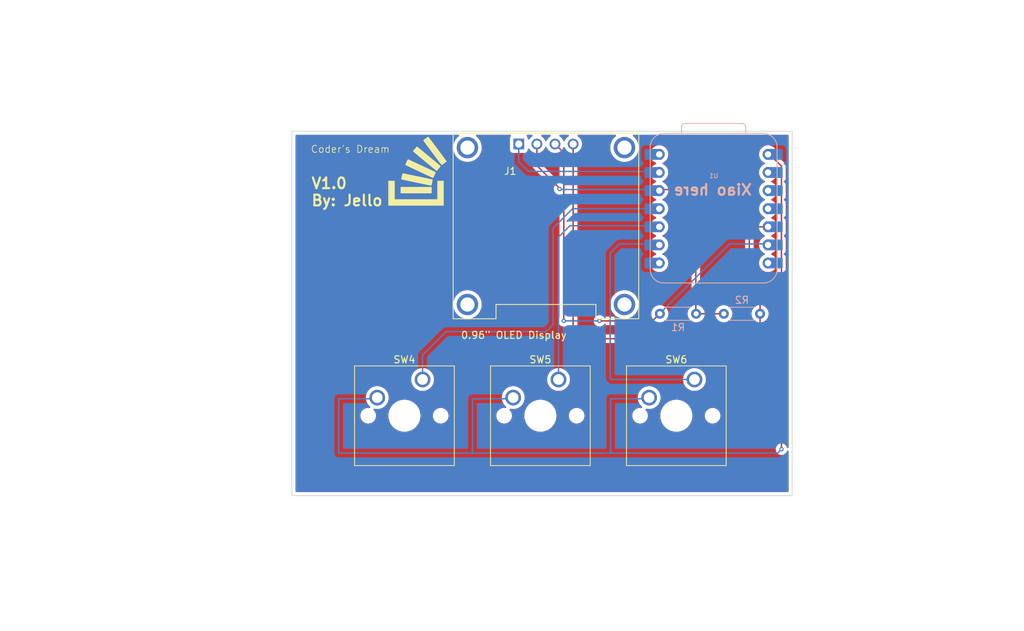
<source format=kicad_pcb>
(kicad_pcb (version 20240108) (generator "pcbnew") (generator_version "8.0")
  (layers (0 "F.Cu" signal) (31 "B.Cu" signal) (34 "B.Paste" user) (35 "F.Paste" user) (36 "B.SilkS" user "B.Silkscreen") (37 "F.SilkS" user "F.Silkscreen") (38 "B.Mask" user) (39 "F.Mask" user) (44 "Edge.Cuts" user))
  (net 0 "")
  (net 1 "ROW1")
  (net 2 "SCL")
  (net 3 "+3.3V")
  (net 4 "SDA")
  (net 5 "GND")
  (net 6 "COL0")
  (net 7 "COL1")
  (net 8 "COL2")
  (net 9 "+5V")
  (footprint "Button_Switch_Keyboard:SW_Cherry_MX_1.00u_PCB" (layer "F.Cu") (at 92.71 109.22)
    (property "Reference" "SW4" (at -2.54 -2.794 0) (layer "F.SilkS"))
    (property "Value" "MX")
    (fp_line (start -9.525 -1.905) (end 4.445 -1.905) (stroke (width 0.12)) (layer "F.SilkS"))
    (fp_line (start -9.525 12.065) (end -9.525 -1.905) (stroke (width 0.12)) (layer "F.SilkS"))
    (fp_line (start 4.445 -1.905) (end 4.445 12.065) (stroke (width 0.12)) (layer "F.SilkS"))
    (fp_line (start 4.445 12.065) (end -9.525 12.065) (stroke (width 0.12)) (layer "F.SilkS"))
    (pad "" np_thru_hole circle (at -7.62 5.08) (size 1.7 1.7) (drill 1.7) (layers "*.Cu" "*.Mask"))
    (pad "" np_thru_hole circle (at -2.54 5.08) (size 4 4) (drill 4) (layers "*.Cu" "*.Mask"))
    (pad "" np_thru_hole circle (at 2.54 5.08) (size 1.7 1.7) (drill 1.7) (layers "*.Cu" "*.Mask"))
    (pad "1" thru_hole circle (at 0 0) (size 2.2 2.2) (drill 1.5) (layers "*.Cu" "*.Mask") (net 6 "COL0"))
    (pad "2" thru_hole circle (at -6.35 2.54) (size 2.2 2.2) (drill 1.5) (layers "*.Cu" "*.Mask") (net 1 "ROW1"))
  )
  (footprint "Button_Switch_Keyboard:SW_Cherry_MX_1.00u_PCB" (layer "F.Cu") (at 111.76 109.22)
    (property "Reference" "SW5" (at -2.54 -2.794 0) (layer "F.SilkS"))
    (property "Value" "MX")
    (fp_line (start -9.525 -1.905) (end 4.445 -1.905) (stroke (width 0.12)) (layer "F.SilkS"))
    (fp_line (start -9.525 12.065) (end -9.525 -1.905) (stroke (width 0.12)) (layer "F.SilkS"))
    (fp_line (start 4.445 -1.905) (end 4.445 12.065) (stroke (width 0.12)) (layer "F.SilkS"))
    (fp_line (start 4.445 12.065) (end -9.525 12.065) (stroke (width 0.12)) (layer "F.SilkS"))
    (pad "" np_thru_hole circle (at -7.62 5.08) (size 1.7 1.7) (drill 1.7) (layers "*.Cu" "*.Mask"))
    (pad "" np_thru_hole circle (at -2.54 5.08) (size 4 4) (drill 4) (layers "*.Cu" "*.Mask"))
    (pad "" np_thru_hole circle (at 2.54 5.08) (size 1.7 1.7) (drill 1.7) (layers "*.Cu" "*.Mask"))
    (pad "1" thru_hole circle (at 0 0) (size 2.2 2.2) (drill 1.5) (layers "*.Cu" "*.Mask") (net 7 "COL1"))
    (pad "2" thru_hole circle (at -6.35 2.54) (size 2.2 2.2) (drill 1.5) (layers "*.Cu" "*.Mask") (net 1 "ROW1"))
  )
  (footprint "Button_Switch_Keyboard:SW_Cherry_MX_1.00u_PCB" (layer "F.Cu") (at 130.81 109.22)
    (property "Reference" "SW6" (at -2.54 -2.794 0) (layer "F.SilkS"))
    (property "Value" "MX")
    (fp_line (start -9.525 -1.905) (end 4.445 -1.905) (stroke (width 0.12)) (layer "F.SilkS"))
    (fp_line (start -9.525 12.065) (end -9.525 -1.905) (stroke (width 0.12)) (layer "F.SilkS"))
    (fp_line (start 4.445 -1.905) (end 4.445 12.065) (stroke (width 0.12)) (layer "F.SilkS"))
    (fp_line (start 4.445 12.065) (end -9.525 12.065) (stroke (width 0.12)) (layer "F.SilkS"))
    (pad "" np_thru_hole circle (at -7.62 5.08) (size 1.7 1.7) (drill 1.7) (layers "*.Cu" "*.Mask"))
    (pad "" np_thru_hole circle (at -2.54 5.08) (size 4 4) (drill 4) (layers "*.Cu" "*.Mask"))
    (pad "" np_thru_hole circle (at 2.54 5.08) (size 1.7 1.7) (drill 1.7) (layers "*.Cu" "*.Mask"))
    (pad "1" thru_hole circle (at 0 0) (size 2.2 2.2) (drill 1.5) (layers "*.Cu" "*.Mask") (net 8 "COL2"))
    (pad "2" thru_hole circle (at -6.35 2.54) (size 2.2 2.2) (drill 1.5) (layers "*.Cu" "*.Mask") (net 1 "ROW1"))
  )
  (footprint "Library:Stack_over_2" (layer "F.Cu") (at 92 80)
    (property "Reference" "G***" (hide yes))
    (property "Value" "LOGO" (hide yes))
    (fp_poly (pts (xy 1.988479 2.663811) (xy 1.988479 3.114033) (xy -0.187592 3.114033) (xy -2.363663 3.114033) (xy -2.363663 2.663811) (xy -2.363663 2.21359) (xy -0.187592 2.21359) (xy 1.988479 2.21359)) (fill solid) (layer "F.SilkS"))
    (fp_poly (pts (xy -3.189069 2.645052) (xy -3.189069 3.939439) (xy -0.206351 3.939439) (xy 2.776367 3.939439) (xy 2.776367 2.645052) (xy 2.776367 1.350665) (xy 3.226588 1.350665) (xy 3.67681 1.350665) (xy 3.67681 3.095274) (xy 3.67681 4.839882) (xy -0.206351 4.839882) (xy -4.089512 4.839882) (xy -4.089512 3.095274) (xy -4.089512 1.350665) (xy -3.639291 1.350665) (xy -3.189069 1.350665)) (fill solid) (layer "F.SilkS"))
    (fp_poly (pts (xy -1.291074 -1.659334) (xy -1.28647 -1.657041) (xy -1.240618 -1.634935) (xy -1.133131 -1.584252) (xy -0.970444 -1.507994) (xy -0.758989 -1.409164) (xy -0.505199 -1.290765) (xy -0.21551 -1.155798) (xy 0.103647 -1.007266) (xy 0.445837 -0.848171) (xy 0.656573 -0.750267) (xy 1.007837 -0.586908) (xy 1.338599 -0.432672) (xy 1.642608 -0.290502) (xy 1.91361 -0.163341) (xy 2.145354 -0.054133) (xy 2.331587 0.034178) (xy 2.466056 0.098649) (xy 2.54251 0.136336) (xy 2.557995 0.144922) (xy 2.552574 0.185969) (xy 2.518975 0.28007) (xy 2.462727 0.413242) (xy 2.38936 0.5715) (xy 2.389162 0.57191) (xy 2.19483 0.974987) (xy 0.263347 0.073633) (xy -0.093267 -0.093068) (xy -0.429618 -0.250841) (xy -0.739533 -0.396753) (xy -1.016836 -0.527872) (xy -1.255353 -0.641265) (xy -1.448909 -0.733997) (xy -1.591331 -0.803137) (xy -1.676442 -0.845751) (xy -1.698891 -0.858477) (xy -1.695908 -0.90247) (xy -1.664953 -0.999351) (xy -1.611264 -1.134718) (xy -1.541618 -1.290884) (xy -1.45967 -1.462506) (xy -1.400577 -1.57521) (xy -1.357403 -1.638948) (xy -1.323214 -1.663671)) (fill solid) (layer "F.SilkS"))
    (fp_poly (pts (xy -2.012671 0.313604) (xy -1.902677 0.33317) (xy -1.735763 0.365) (xy -1.519976 0.407422) (xy -1.263364 0.458764) (xy -0.973974 0.517352) (xy -0.659856 0.581513) (xy -0.329055 0.649576) (xy 0.010378 0.719866) (xy 0.350397 0.790712) (xy 0.682954 0.86044) (xy 1.000001 0.927378) (xy 1.29349 0.989852) (xy 1.555373 1.046191) (xy 1.777602 1.094721) (xy 1.952129 1.133769) (xy 2.070907 1.161663) (xy 2.125888 1.17673) (xy 2.128585 1.178118) (xy 2.128206 1.219235) (xy 2.114298 1.315267) (xy 2.090567 1.448099) (xy 2.060719 1.599617) (xy 2.02846 1.751703) (xy 1.997495 1.886244) (xy 1.971531 1.985124) (xy 1.954272 2.030226) (xy 1.954269 2.03023) (xy 1.914531 2.026908) (xy 1.808013 2.009165) (xy 1.641303 1.978307) (xy 1.42099 1.935642) (xy 1.153665 1.882476) (xy 0.845915 1.820118) (xy 0.504329 1.749874) (xy 0.135498 1.673051) (xy -0.163804 1.61005) (xy -0.549077 1.528384) (xy -0.911972 1.451063) (xy -1.24592 1.379515) (xy -1.544352 1.315166) (xy -1.800698 1.259442) (xy -2.008388 1.21377) (xy -2.160854 1.179576) (xy -2.251526 1.158287) (xy -2.275104 1.151582) (xy -2.273889 1.111006) (xy -2.258924 1.012616) (xy -2.232823 0.871829) (xy -2.203281 0.727761) (xy -2.157294 0.528917) (xy -2.117866 0.397423) (xy -2.082521 0.326136) (xy -2.057696 0.307976)) (fill solid) (layer "F.SilkS"))
    (fp_poly (pts (xy -0.039598 -3.428553) (xy 0.044587 -3.362598) (xy 0.17376 -3.259055) (xy 0.341592 -3.123148) (xy 0.541752 -2.960097) (xy 0.767908 -2.775125) (xy 1.013732 -2.573454) (xy 1.272892 -2.360306) (xy 1.539058 -2.140903) (xy 1.805898 -1.920468) (xy 2.067084 -1.704223) (xy 2.316284 -1.49739) (xy 2.547168 -1.30519) (xy 2.753405 -1.132846) (xy 2.928664 -0.98558) (xy 3.066616 -0.868615) (xy 3.16093 -0.787172) (xy 3.19693 -0.754724) (xy 3.221832 -0.724424) (xy 3.225314 -0.688997) (xy 3.201114 -0.636576) (xy 3.142965 -0.555297) (xy 3.044604 -0.433296) (xy 2.996537 -0.375184) (xy 2.887113 -0.243606) (xy 2.794605 -0.132997) (xy 2.729972 -0.056421) (xy 2.705446 -0.028173) (xy 2.672591 -0.046328) (xy 2.587458 -0.108569) (xy 2.455234 -0.210734) (xy 2.281108 -0.348655) (xy 2.070266 -0.518169) (xy 1.827895 -0.71511) (xy 1.559184 -0.935314) (xy 1.26932 -1.174615) (xy 1.029917 -1.373481) (xy 0.726847 -1.626307) (xy 0.441352 -1.865251) (xy 0.1786 -2.085935) (xy -0.056239 -2.283979) (xy -0.257998 -2.455007) (xy -0.421508 -2.594639) (xy -0.541602 -2.698498) (xy -0.613111 -2.762207) (xy -0.63182 -2.781165) (xy -0.614281 -2.822171) (xy -0.557867 -2.904056) (xy -0.474527 -3.012497) (xy -0.376211 -3.13317) (xy -0.274867 -3.251749) (xy -0.182446 -3.353912) (xy -0.110895 -3.425334) (xy -0.072463 -3.451698)) (fill solid) (layer "F.SilkS"))
    (fp_poly (pts (xy 1.528397 -4.810784) (xy 1.594198 -4.727829) (xy 1.694857 -4.597521) (xy 1.825519 -4.426365) (xy 1.981326 -4.220866) (xy 2.15742 -3.987529) (xy 2.348944 -3.732859) (xy 2.551041 -3.463362) (xy 2.758853 -3.185542) (xy 2.967523 -2.905904) (xy 3.172195 -2.630953) (xy 3.36801 -2.367195) (xy 3.550111 -2.121134) (xy 3.71364 -1.899276) (xy 3.853742 -1.708126) (xy 3.965557 -1.554187) (xy 4.04423 -1.443967) (xy 4.084901 -1.383969) (xy 4.089513 -1.375049) (xy 4.06142 -1.345189) (xy 3.985561 -1.281157) (xy 3.874562 -1.193309) (xy 3.779985 -1.121137) (xy 3.645788 -1.020108) (xy 3.531379 -0.933878) (xy 3.451798 -0.873786) (xy 3.425406 -0.85376) (xy 3.396625 -0.864381) (xy 3.337932 -0.920503) (xy 3.246993 -1.024985) (xy 3.121476 -1.180691) (xy 2.959046 -1.390481) (xy 2.757371 -1.657216) (xy 2.617345 -1.844722) (xy 2.284793 -2.291719) (xy 1.994344 -2.682296) (xy 1.743254 -3.020192) (xy 1.528775 -3.309148) (xy 1.348161 -3.552901) (xy 1.198667 -3.755192) (xy 1.077548 -3.91976) (xy 0.982056 -4.050343) (xy 0.909446 -4.15068) (xy 0.856972 -4.224512) (xy 0.821889 -4.275577) (xy 0.801449 -4.307614) (xy 0.792908 -4.324363) (xy 0.792788 -4.329261) (xy 0.888212 -4.403295) (xy 1.009563 -4.494197) (xy 1.142476 -4.591628) (xy 1.272585 -4.685249) (xy 1.385526 -4.764723) (xy 1.466933 -4.819712) (xy 1.502314 -4.839882)) (fill solid) (layer "F.SilkS"))
  )
  (footprint "OptoDevice:MODULE_DM-OLED096-636" (layer "F.Cu") (at 110 87.7)
    (property "Reference" "J1" (at -5 -7.7 0) (layer "F.SilkS"))
    (property "Value" "0.96\" OLED Display" (at -4.5 15.3 0) (layer "F.SilkS"))
    (fp_line (start -13 -13) (end 13 -13) (stroke (width 0.127)) (layer "F.SilkS"))
    (fp_line (start -13 13) (end -13 -13) (stroke (width 0.127)) (layer "F.SilkS"))
    (fp_line (start -7 11) (end -7 13) (stroke (width 0.127)) (layer "F.SilkS"))
    (fp_line (start -7 13) (end -13 13) (stroke (width 0.127)) (layer "F.SilkS"))
    (fp_line (start 7 11) (end -7 11) (stroke (width 0.127)) (layer "F.SilkS"))
    (fp_line (start 7 13) (end 7 11) (stroke (width 0.127)) (layer "F.SilkS"))
    (fp_line (start 13 -13) (end 13 13) (stroke (width 0.127)) (layer "F.SilkS"))
    (fp_line (start 13 13) (end 7 13) (stroke (width 0.127)) (layer "F.SilkS"))
    (pad "1" thru_hole rect (at -3.81 -11.5) (size 1.508 1.508) (drill 1) (layers "*.Cu" "*.Mask") (net 5 "GND"))
    (pad "2" thru_hole circle (at -1.27 -11.5) (size 1.508 1.508) (drill 1) (layers "*.Cu" "*.Mask") (net 3 "+3.3V"))
    (pad "3" thru_hole circle (at 1.27 -11.5) (size 1.508 1.508) (drill 1) (layers "*.Cu" "*.Mask") (net 2 "SCL"))
    (pad "4" thru_hole circle (at 3.81 -11.5) (size 1.508 1.508) (drill 1) (layers "*.Cu" "*.Mask") (net 4 "SDA"))
    (pad "S1" thru_hole circle (at -11 -11) (size 3 3) (drill 2) (layers "*.Cu" "*.Mask"))
    (pad "S2" thru_hole circle (at 11 -11) (size 3 3) (drill 2) (layers "*.Cu" "*.Mask"))
    (pad "S3" thru_hole circle (at 11 11) (size 3 3) (drill 2) (layers "*.Cu" "*.Mask"))
    (pad "S4" thru_hole circle (at -11 11) (size 3 3) (drill 2) (layers "*.Cu" "*.Mask"))
  )
  (footprint "OPL:XIAO-RP2040-DIP" (layer "B.Cu") (at 133.5 85.2685 180)
    (property "Reference" "U1" (at 0 4.62 0) (layer "B.SilkS") (effects (font (size 0.635 0.635) (thickness 0.1016)) (justify mirror)))
    (property "Value" "XIAO-RP2040-DIP")
    (fp_line (start 8.89 8.636) (end 8.89 -8.509) (stroke (width 0.127)) (layer "B.SilkS"))
    (fp_line (start 6.985 -10.414) (end -6.985 -10.414) (stroke (width 0.127)) (layer "B.SilkS"))
    (fp_line (start 4.504 10.541) (end 4.504 11.451) (stroke (width 0.127)) (layer "B.SilkS"))
    (fp_line (start 4.004 11.951) (end -3.991272 11.951) (stroke (width 0.127)) (layer "B.SilkS"))
    (fp_line (start -4.491272 11.451272) (end -4.495 10.541) (stroke (width 0.127)) (layer "B.SilkS"))
    (fp_line (start -6.985 10.541) (end 6.985 10.541) (stroke (width 0.1)) (layer "B.SilkS"))
    (fp_line (start -6.985 10.541) (end 6.985 10.541) (stroke (width 0.127)) (layer "B.SilkS"))
    (fp_line (start -8.89 8.636) (end -8.89 -8.509) (stroke (width 0.127)) (layer "B.SilkS"))
    (fp_arc (start 8.89 8.636) (mid 8.332038 9.983038) (end 6.985 10.541) (stroke (width 0.127)) (layer "B.SilkS"))
    (fp_arc (start 6.985 -10.414) (mid 8.332038 -9.856038) (end 8.89 -8.509) (stroke (width 0.127)) (layer "B.SilkS"))
    (fp_arc (start 4.504 11.451) (mid 4.357553 11.804553) (end 4.004 11.951) (stroke (width 0.127)) (layer "B.SilkS"))
    (fp_arc (start -3.991272 11.951) (mid -4.344724 11.804644) (end -4.491272 11.451272) (stroke (width 0.127)) (layer "B.SilkS"))
    (fp_arc (start -6.985 10.541) (mid -8.332038 9.983038) (end -8.89 8.636) (stroke (width 0.127)) (layer "B.SilkS"))
    (fp_arc (start -8.89 -8.509) (mid -8.332038 -9.856038) (end -6.985 -10.414) (stroke (width 0.127)) (layer "B.SilkS"))
    (pad "1" smd roundrect (at -8.455 7.62) (size 2.432 1.524) (layers "B.Cu" "B.Mask") (roundrect_rratio 0.1) (net 1 "ROW1"))
    (pad "1" thru_hole circle (at -7.62 7.62) (size 1.524 1.524) (drill 0.889) (layers "*.Cu" "*.Mask") (net 1 "ROW1"))
    (pad "2" smd roundrect (at -8.455 5.08) (size 2.432 1.524) (layers "B.Cu" "B.Mask") (roundrect_rratio 0.1))
    (pad "2" thru_hole circle (at -7.62 5.08) (size 1.524 1.524) (drill 0.889) (layers "*.Cu" "*.Mask"))
    (pad "3" smd roundrect (at -8.455 2.54) (size 2.432 1.524) (layers "B.Cu" "B.Mask") (roundrect_rratio 0.1))
    (pad "3" thru_hole circle (at -7.62 2.54) (size 1.524 1.524) (drill 0.889) (layers "*.Cu" "*.Mask"))
    (pad "4" smd roundrect (at -8.455 0) (size 2.432 1.524) (layers "B.Cu" "B.Mask") (roundrect_rratio 0.1))
    (pad "4" thru_hole circle (at -7.62 0) (size 1.524 1.524) (drill 0.889) (layers "*.Cu" "*.Mask"))
    (pad "5" smd roundrect (at -8.455 -2.54) (size 2.432 1.524) (layers "B.Cu" "B.Mask") (roundrect_rratio 0.1) (net 4 "SDA"))
    (pad "5" thru_hole circle (at -7.62 -2.54) (size 1.524 1.524) (drill 0.889) (layers "*.Cu" "*.Mask") (net 4 "SDA"))
    (pad "6" smd roundrect (at -8.455 -5.08) (size 2.432 1.524) (layers "B.Cu" "B.Mask") (roundrect_rratio 0.1) (net 2 "SCL"))
    (pad "6" thru_hole circle (at -7.62 -5.08) (size 1.524 1.524) (drill 0.889) (layers "*.Cu" "*.Mask") (net 2 "SCL"))
    (pad "7" smd roundrect (at -8.455 -7.62) (size 2.432 1.524) (layers "B.Cu" "B.Mask") (roundrect_rratio 0.1))
    (pad "7" thru_hole circle (at -7.62 -7.62) (size 1.524 1.524) (drill 0.889) (layers "*.Cu" "*.Mask"))
    (pad "8" thru_hole circle (at 7.62 -7.62 180) (size 1.524 1.524) (drill 0.889) (layers "*.Cu" "*.Mask"))
    (pad "8" smd roundrect (at 8.455 -7.62 180) (size 2.432 1.524) (layers "B.Cu" "B.Mask") (roundrect_rratio 0.1))
    (pad "9" thru_hole circle (at 7.62 -5.08 180) (size 1.524 1.524) (drill 0.889) (layers "*.Cu" "*.Mask") (net 8 "COL2"))
    (pad "9" smd roundrect (at 8.455 -5.08 180) (size 2.432 1.524) (layers "B.Cu" "B.Mask") (roundrect_rratio 0.1) (net 8 "COL2"))
    (pad "10" thru_hole circle (at 7.62 -2.54 180) (size 1.524 1.524) (drill 0.889) (layers "*.Cu" "*.Mask") (net 7 "COL1"))
    (pad "10" smd roundrect (at 8.455 -2.54 180) (size 2.432 1.524) (layers "B.Cu" "B.Mask") (roundrect_rratio 0.1) (net 7 "COL1"))
    (pad "11" thru_hole circle (at 7.62 0 180) (size 1.524 1.524) (drill 0.889) (layers "*.Cu" "*.Mask") (net 6 "COL0"))
    (pad "11" smd roundrect (at 8.455 0 180) (size 2.432 1.524) (layers "B.Cu" "B.Mask") (roundrect_rratio 0.1) (net 6 "COL0"))
    (pad "12" thru_hole circle (at 7.62 2.54 180) (size 1.524 1.524) (drill 0.889) (layers "*.Cu" "*.Mask") (net 3 "+3.3V"))
    (pad "12" smd roundrect (at 8.455 2.54 180) (size 2.432 1.524) (layers "B.Cu" "B.Mask") (roundrect_rratio 0.1) (net 3 "+3.3V"))
    (pad "13" thru_hole circle (at 7.62 5.08 180) (size 1.524 1.524) (drill 0.889) (layers "*.Cu" "*.Mask") (net 5 "GND"))
    (pad "13" smd roundrect (at 8.455 5.08 180) (size 2.432 1.524) (layers "B.Cu" "B.Mask") (roundrect_rratio 0.1) (net 5 "GND"))
    (pad "14" thru_hole circle (at 7.62 7.62 180) (size 1.524 1.524) (drill 0.889) (layers "*.Cu" "*.Mask") (net 9 "+5V"))
    (pad "14" smd roundrect (at 8.455 7.62 180) (size 2.432 1.524) (layers "B.Cu" "B.Mask") (roundrect_rratio 0.1) (net 9 "+5V"))
  )
  (footprint "Resistor_THT:R_Axial_DIN0204_L3.6mm_D1.6mm_P5.08mm_Horizontal" (layer "B.Cu") (at 140 100 180)
    (property "Reference" "R2" (at 2.54 1.92 0) (layer "B.SilkS") (effects (justify mirror)))
    (property "Value" "4.7k")
    (fp_line (start 4.46 0.92) (end 0.62 0.92) (stroke (width 0.12)) (layer "B.SilkS"))
    (fp_line (start 4.46 -0.92) (end 0.62 -0.92) (stroke (width 0.12)) (layer "B.SilkS"))
    (pad "1" thru_hole circle (at 0 0 180) (size 1.4 1.4) (drill 0.7) (layers "*.Cu" "*.Mask") (net 4 "SDA"))
    (pad "2" thru_hole oval (at 5.08 0 180) (size 1.4 1.4) (drill 0.7) (layers "*.Cu" "*.Mask") (net 3 "+3.3V"))
  )
  (footprint "Resistor_THT:R_Axial_DIN0204_L3.6mm_D1.6mm_P5.08mm_Horizontal" (layer "B.Cu") (at 125.96 100)
    (property "Reference" "R1" (at 2.54 1.92 0) (layer "B.SilkS") (effects (justify mirror)))
    (property "Value" "4.7k")
    (fp_line (start 4.46 -0.92) (end 0.62 -0.92) (stroke (width 0.12)) (layer "B.SilkS"))
    (fp_line (start 4.46 0.92) (end 0.62 0.92) (stroke (width 0.12)) (layer "B.SilkS"))
    (pad "1" thru_hole circle (at 0 0) (size 1.4 1.4) (drill 0.7) (layers "*.Cu" "*.Mask") (net 2 "SCL"))
    (pad "2" thru_hole oval (at 5.08 0) (size 1.4 1.4) (drill 0.7) (layers "*.Cu" "*.Mask") (net 3 "+3.3V"))
  )
  (gr_rect (start 74.4 74.4) (end 144.5 125.5) (stroke (width 0.1)) (fill none) (layer "Edge.Cuts"))
  (gr_text "Xiao here" (at 139 83.5 0) (layer "B.SilkS") (effects (font (size 1.5 1.5) (thickness 0.3) (bold yes)) (justify left bottom mirror)))
  (gr_text "Coder's Dream" (at 77 77.5 0) (layer "F.SilkS") (effects (font (size 1 1) (thickness 0.1)) (justify left bottom)))
  (gr_text "V1.0\nBy: Jello" (at 77 85 0) (layer "F.SilkS") (effects (font (size 1.5 1.5) (thickness 0.3) (bold yes)) (justify left bottom)))
  (segment (start 143 119) (end 143 79.3) (width 0.2) (layer "F.Cu") (net 1))
  (segment (start 143 79.3) (end 141.12 77.42) (width 0.2) (layer "F.Cu") (net 1))
  (via (at 143 119) (size 0.6) (drill 0.3) (layers "F.Cu" "B.Cu") (net 1))
  (segment (start 119.0625 111.91875) (end 119.0625 119.53875) (width 0.2) (layer "B.Cu") (net 1))
  (segment (start 86.20125 111.91875) (end 86.36 111.76) (width 0.2) (layer "B.Cu") (net 1))
  (segment (start 105.25125 111.91875) (end 105.41 111.76) (width 0.2) (layer "B.Cu") (net 1))
  (segment (start 124.30125 111.91875) (end 124.46 111.76) (width 0.2) (layer "B.Cu") (net 1))
  (segment (start 142.46125 119.53875) (end 143 119) (width 0.2) (layer "B.Cu") (net 1))
  (segment (start 99.7 111.91875) (end 105.25125 111.91875) (width 0.2) (layer "B.Cu") (net 1))
  (segment (start 80.9625 111.91875) (end 86.20125 111.91875) (width 0.2) (layer "B.Cu") (net 1))
  (segment (start 119.0625 111.91875) (end 124.30125 111.91875) (width 0.2) (layer "B.Cu") (net 1))
  (segment (start 80.9625 111.91875) (end 80.9625 119.53875) (width 0.2) (layer "B.Cu") (net 1))
  (segment (start 99.7 111.91875) (end 99.7 119.53875) (width 0.2) (layer "B.Cu") (net 1))
  (segment (start 119.0625 119.53875) (end 142.46125 119.53875) (width 0.2) (layer "B.Cu") (net 1))
  (segment (start 99.7 119.53875) (end 80.9625 119.53875) (width 0.2) (layer "B.Cu") (net 1))
  (segment (start 119.0625 119.53875) (end 99.7 119.53875) (width 0.2) (layer "B.Cu") (net 1))
  (segment (start 112.5 77.43) (end 112.5 101) (width 0.2) (layer "F.Cu") (net 2))
  (segment (start 124.92 101) (end 125.92 100) (width 0.2) (layer "F.Cu") (net 2))
  (segment (start 111.27 76.2) (end 112.5 77.43) (width 0.2) (layer "F.Cu") (net 2))
  (segment (start 117.5 101) (end 124.92 101) (width 0.2) (layer "F.Cu") (net 2))
  (via (at 112.5 101) (size 0.6) (drill 0.3) (layers "F.Cu" "B.Cu") (net 2))
  (via (at 117.5 101) (size 0.6) (drill 0.3) (layers "F.Cu" "B.Cu") (net 2))
  (segment (start 135.72 90.2) (end 141.12 90.2) (width 0.2) (layer "B.Cu") (net 2))
  (segment (start 112.5 101) (end 117.5 101) (width 0.2) (layer "B.Cu") (net 2))
  (segment (start 125.92 100) (end 135.72 90.2) (width 0.2) (layer "B.Cu") (net 2))
  (segment (start 108.73 76.2) (end 108.73 79.23) (width 0.2) (layer "F.Cu") (net 3))
  (segment (start 131 83.5) (end 130.08 82.58) (width 0.2) (layer "F.Cu") (net 3))
  (segment (start 130.08 82.58) (end 125.88 82.58) (width 0.2) (layer "F.Cu") (net 3))
  (segment (start 108.73 79.23) (end 112 82.5) (width 0.2) (layer "F.Cu") (net 3))
  (segment (start 112 82.5) (end 111.9 82.5) (width 0.2) (layer "F.Cu") (net 3))
  (segment (start 131 100) (end 134.92 100) (width 0.2) (layer "F.Cu") (net 3))
  (segment (start 131 100) (end 131 83.5) (width 0.2) (layer "F.Cu") (net 3))
  (via (at 111.9 82.5) (size 0.6) (drill 0.3) (layers "F.Cu" "B.Cu") (net 3))
  (segment (start 111.9 82.5) (end 111.98 82.58) (width 0.2) (layer "B.Cu") (net 3))
  (segment (start 111.98 82.58) (end 125.88 82.58) (width 0.2) (layer "B.Cu") (net 3))
  (segment (start 138.5 103.5) (end 140 102) (width 0.2) (layer "F.Cu") (net 4))
  (segment (start 139.1915 87.8085) (end 141.12 87.8085) (width 0.2) (layer "F.Cu") (net 4))
  (segment (start 113.81 76.2) (end 113.81 102.31) (width 0.2) (layer "F.Cu") (net 4))
  (segment (start 140 100) (end 140 96) (width 0.2) (layer "F.Cu") (net 4))
  (segment (start 138.5 94.5) (end 138.5 88.5) (width 0.2) (layer "F.Cu") (net 4))
  (segment (start 113.81 102.31) (end 115 103.5) (width 0.2) (layer "F.Cu") (net 4))
  (segment (start 138.5 88.5) (end 139.1915 87.8085) (width 0.2) (layer "F.Cu") (net 4))
  (segment (start 140 96) (end 138.5 94.5) (width 0.2) (layer "F.Cu") (net 4))
  (segment (start 140 102) (end 140 100) (width 0.2) (layer "F.Cu") (net 4))
  (segment (start 115 103.5) (end 138.5 103.5) (width 0.2) (layer "F.Cu") (net 4))
  (segment (start 107.5 80) (end 108 80) (width 0.2) (layer "B.Cu") (net 5))
  (segment (start 108.04 80.04) (end 125.88 80.04) (width 0.2) (layer "B.Cu") (net 5))
  (segment (start 106.19 78.69) (end 107.5 80) (width 0.2) (layer "B.Cu") (net 5))
  (segment (start 108 80) (end 108.04 80.04) (width 0.2) (layer "B.Cu") (net 5))
  (segment (start 106.19 76.2) (end 106.19 78.69) (width 0.2) (layer "B.Cu") (net 5))
  (segment (start 113.7315 85.2685) (end 125.88 85.2685) (width 0.2) (layer "B.Cu") (net 6))
  (segment (start 111 101.5) (end 111 88) (width 0.2) (layer "B.Cu") (net 6))
  (segment (start 96 102.5) (end 110 102.5) (width 0.2) (layer "B.Cu") (net 6))
  (segment (start 92.71 109.22) (end 92.71 105.79) (width 0.2) (layer "B.Cu") (net 6))
  (segment (start 111 88) (end 113.7315 85.2685) (width 0.2) (layer "B.Cu") (net 6))
  (segment (start 92.71 105.79) (end 96 102.5) (width 0.2) (layer "B.Cu") (net 6))
  (segment (start 110 102.5) (end 111 101.5) (width 0.2) (layer "B.Cu") (net 6))
  (segment (start 111.76 109.22) (end 111.76 89.24) (width 0.2) (layer "B.Cu") (net 7))
  (segment (start 113.34 87.66) (end 125.88 87.66) (width 0.2) (layer "B.Cu") (net 7))
  (segment (start 111.76 89.24) (end 113.34 87.66) (width 0.2) (layer "B.Cu") (net 7))
  (segment (start 125.88 90.2) (end 120.3 90.2) (width 0.2) (layer "B.Cu") (net 8))
  (segment (start 119 91.5) (end 119 109) (width 0.2) (layer "B.Cu") (net 8))
  (segment (start 119.22 109.22) (end 130.81 109.22) (width 0.2) (layer "B.Cu") (net 8))
  (segment (start 120.3 90.2) (end 119 91.5) (width 0.2) (layer "B.Cu") (net 8))
  (segment (start 119 109) (end 119.22 109.22) (width 0.2) (layer "B.Cu") (net 8))
  (zone (net 0) (net_name "") (layers "F&B.Cu") (connect_pads (clearance 0.5)) (min_thickness 0.25) (fill yes (thermal_gap 0.5) (thermal_bridge_width 0.5) (island_removal_mode 1) (island_area_min 10))
    (polygon (pts (xy 33.5 56) (xy 63 144.5) (xy 177 136) (xy 176.5 60.5)))
  )
)
</source>
